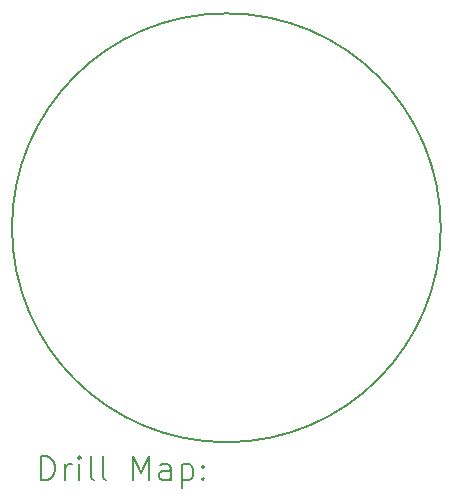
<source format=gbr>
%TF.GenerationSoftware,KiCad,Pcbnew,(6.0.8)*%
%TF.CreationDate,2023-04-11T21:20:02-04:00*%
%TF.ProjectId,Rat_NEST_v1,5261745f-4e45-4535-945f-76312e6b6963,rev?*%
%TF.SameCoordinates,Original*%
%TF.FileFunction,Drillmap*%
%TF.FilePolarity,Positive*%
%FSLAX45Y45*%
G04 Gerber Fmt 4.5, Leading zero omitted, Abs format (unit mm)*
G04 Created by KiCad (PCBNEW (6.0.8)) date 2023-04-11 21:20:02*
%MOMM*%
%LPD*%
G01*
G04 APERTURE LIST*
%ADD10C,0.200000*%
G04 APERTURE END LIST*
D10*
X16775831Y-10627360D02*
G75*
G03*
X16775831Y-10627360I-1815231J0D01*
G01*
X13392988Y-12763067D02*
X13392988Y-12563067D01*
X13440607Y-12563067D01*
X13469178Y-12572591D01*
X13488226Y-12591639D01*
X13497750Y-12610686D01*
X13507273Y-12648782D01*
X13507273Y-12677353D01*
X13497750Y-12715448D01*
X13488226Y-12734496D01*
X13469178Y-12753543D01*
X13440607Y-12763067D01*
X13392988Y-12763067D01*
X13592988Y-12763067D02*
X13592988Y-12629734D01*
X13592988Y-12667829D02*
X13602512Y-12648782D01*
X13612035Y-12639258D01*
X13631083Y-12629734D01*
X13650131Y-12629734D01*
X13716797Y-12763067D02*
X13716797Y-12629734D01*
X13716797Y-12563067D02*
X13707273Y-12572591D01*
X13716797Y-12582115D01*
X13726321Y-12572591D01*
X13716797Y-12563067D01*
X13716797Y-12582115D01*
X13840607Y-12763067D02*
X13821559Y-12753543D01*
X13812035Y-12734496D01*
X13812035Y-12563067D01*
X13945369Y-12763067D02*
X13926321Y-12753543D01*
X13916797Y-12734496D01*
X13916797Y-12563067D01*
X14173940Y-12763067D02*
X14173940Y-12563067D01*
X14240607Y-12705924D01*
X14307273Y-12563067D01*
X14307273Y-12763067D01*
X14488226Y-12763067D02*
X14488226Y-12658305D01*
X14478702Y-12639258D01*
X14459654Y-12629734D01*
X14421559Y-12629734D01*
X14402512Y-12639258D01*
X14488226Y-12753543D02*
X14469178Y-12763067D01*
X14421559Y-12763067D01*
X14402512Y-12753543D01*
X14392988Y-12734496D01*
X14392988Y-12715448D01*
X14402512Y-12696401D01*
X14421559Y-12686877D01*
X14469178Y-12686877D01*
X14488226Y-12677353D01*
X14583464Y-12629734D02*
X14583464Y-12829734D01*
X14583464Y-12639258D02*
X14602512Y-12629734D01*
X14640607Y-12629734D01*
X14659654Y-12639258D01*
X14669178Y-12648782D01*
X14678702Y-12667829D01*
X14678702Y-12724972D01*
X14669178Y-12744020D01*
X14659654Y-12753543D01*
X14640607Y-12763067D01*
X14602512Y-12763067D01*
X14583464Y-12753543D01*
X14764416Y-12744020D02*
X14773940Y-12753543D01*
X14764416Y-12763067D01*
X14754893Y-12753543D01*
X14764416Y-12744020D01*
X14764416Y-12763067D01*
X14764416Y-12639258D02*
X14773940Y-12648782D01*
X14764416Y-12658305D01*
X14754893Y-12648782D01*
X14764416Y-12639258D01*
X14764416Y-12658305D01*
M02*

</source>
